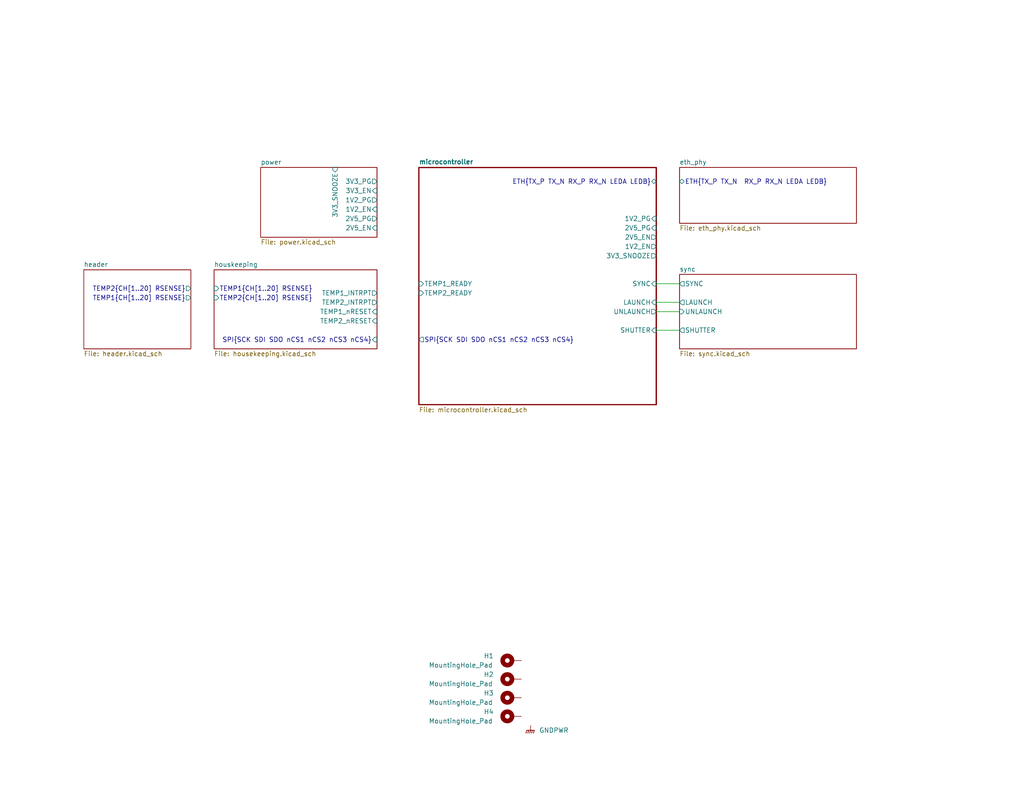
<source format=kicad_sch>
(kicad_sch (version 20211123) (generator eeschema)
  (paper "USLetter")
  (title_block (title "FOXSI-4 Plenum Board") (rev "1") (company "University of Minnesota") (comment 1 "Author: Thanasi Pantazides, panta013@umn.edu"))
  (lib_symbols
    (symbol "Mechanical:MountingHole_Pad" (pin_numbers hide) (pin_names (offset 1.016) hide)
      (property "Reference" "H" (at 0 6.35 0))
      (property "Value" "MountingHole_Pad" (at 0 4.445 0))
      (symbol "MountingHole_Pad_0_1"
        (circle (center 0 1.27) (radius 1.27) (stroke (width 1.27)))
      )
      (symbol "MountingHole_Pad_1_1"
        (pin input line (at 0 -2.54 90) (length 2.54) (name "1") (number "1"))
      )
    )
    (symbol "power:GNDPWR" (power) (pin_names (offset 0))
      (property "Value" "GNDPWR" (at 0 -3.302 0))
      (symbol "GNDPWR_0_1"
        (polyline (pts (xy 0 -1.27) (xy 0 0)))
        (polyline (pts (xy -1.016 -1.27) (xy -1.27 -2.032) (xy -1.27 -2.032)) (stroke (width 0.2032)))
        (polyline (pts (xy -0.508 -1.27) (xy -0.762 -2.032) (xy -0.762 -2.032)) (stroke (width 0.2032)))
        (polyline (pts (xy 0 -1.27) (xy -0.254 -2.032) (xy -0.254 -2.032)) (stroke (width 0.2032)))
        (polyline (pts (xy 0.508 -1.27) (xy 0.254 -2.032) (xy 0.254 -2.032)) (stroke (width 0.2032)))
        (polyline (pts (xy 1.016 -1.27) (xy -1.016 -1.27) (xy -1.016 -1.27)) (stroke (width 0.2032)))
        (polyline (pts (xy 1.016 -1.27) (xy 0.762 -2.032) (xy 0.762 -2.032) (xy 0.762 -2.032)) (stroke (width 0.2032)))
      )
      (symbol "GNDPWR_1_1"
        (pin power_in line (at 0 0 270) (length 0) hide (name "GNDPWR") (number "1"))
      )
    )
  )
  (wire (pts (xy 179.07 77.47) (xy 185.42 77.47)))
  (wire (pts (xy 179.07 90.17) (xy 185.42 90.17)))
  (wire (pts (xy 179.07 82.55) (xy 185.42 82.55)))
  (wire (pts (xy 179.07 85.09) (xy 185.42 85.09)))
  (symbol (lib_id "Mechanical:MountingHole_Pad") (at 139.7 180.34 90) (unit 1)
    (property "Reference" "H1" (at 133.35 179.07 90))
    (property "Value" "MountingHole_Pad" (at 125.73 181.61 90))
  )
  (symbol (lib_id "power:GNDPWR") (at 144.78 198.12 0) (unit 1)
    (property "Reference" "#PWR0101" (effects hide))
    (property "Value" "GNDPWR" (at 151.13 199.39 0))
  )
  (symbol (lib_id "Mechanical:MountingHole_Pad") (at 139.7 195.58 90) (unit 1)
    (property "Reference" "H4" (at 133.35 194.31 90))
    (property "Value" "MountingHole_Pad" (at 125.73 196.85 90))
  )
  (symbol (lib_id "Mechanical:MountingHole_Pad") (at 139.7 190.5 90) (unit 1)
    (property "Reference" "H3" (at 133.35 189.23 90))
    (property "Value" "MountingHole_Pad" (at 125.73 191.77 90))
  )
  (symbol (lib_id "Mechanical:MountingHole_Pad") (at 139.7 185.42 90) (unit 1)
    (property "Reference" "H2" (at 133.35 184.15 90))
    (property "Value" "MountingHole_Pad" (at 125.73 186.69 90))
  )
  (sheet (at 185.42 45.72) (size 48.26 15.24) (stroke (width 0.1524))
    (property "Sheet name" "eth_phy" (at 185.42 45.0084 0) (effects (justify left bottom)))
    (property "Sheet file" "eth_phy.kicad_sch" (at 185.42 61.5446 0) (effects (justify left top)))
    (pin "ETH{TX_P TX_N  RX_P RX_N LEDA LEDB}" bidirectional (at 185.42 49.53 180))
  )
  (sheet (at 58.42 73.66) (size 44.45 21.59) (stroke (width 0.1524))
    (property "Sheet name" "houskeeping" (at 58.42 72.9484 0) (effects (justify left bottom)))
    (property "Sheet file" "housekeeping.kicad_sch" (at 58.42 95.8346 0) (effects (justify left top)))
    (pin "TEMP1{CH[1..20] RSENSE}" input (at 58.42 78.74 180))
    (pin "TEMP2{CH[1..20] RSENSE}" input (at 58.42 81.28 180))
    (pin "TEMP2_nRESET" input (at 102.87 87.63 0))
    (pin "SPI{SCK SDI SDO nCS1 nCS2 nCS3 nCS4}" input (at 102.87 92.71 0))
    (pin "TEMP2_INTRPT" output (at 102.87 82.55 0))
    (pin "TEMP1_INTRPT" output (at 102.87 80.01 0))
    (pin "TEMP1_nRESET" input (at 102.87 85.09 0))
  )
  (sheet (at 185.42 74.93) (size 48.26 20.32) (stroke (width 0.1524))
    (property "Sheet name" "sync" (at 185.42 74.2184 0) (effects (justify left bottom)))
    (property "Sheet file" "sync.kicad_sch" (at 185.42 95.8346 0) (effects (justify left top)))
    (pin "SYNC" output (at 185.42 77.47 180))
    (pin "UNLAUNCH" input (at 185.42 85.09 180))
    (pin "LAUNCH" output (at 185.42 82.55 180))
    (pin "SHUTTER" output (at 185.42 90.17 180))
  )
  (sheet (at 114.3 45.72) (size 64.77 64.77) (stroke (width 0.3048))
    (property "Sheet name" "microcontroller" (at 114.3 44.9322 0) (effects (font bold) (justify left bottom)))
    (property "Sheet file" "microcontroller.kicad_sch" (at 114.3 111.1508 0) (effects (justify left top)))
    (pin "UNLAUNCH" output (at 179.07 85.09 0))
    (pin "TEMP1_READY" input (at 114.3 77.47 180))
    (pin "TEMP2_READY" input (at 114.3 80.01 180))
    (pin "2V5_EN" output (at 179.07 64.77 0))
    (pin "1V2_EN" output (at 179.07 67.31 0))
    (pin "3V3_SNOOZE" output (at 179.07 69.85 0))
    (pin "SHUTTER" input (at 179.07 90.17 0))
    (pin "2V5_PG" input (at 179.07 62.23 0))
    (pin "LAUNCH" input (at 179.07 82.55 0))
    (pin "1V2_PG" input (at 179.07 59.69 0))
    (pin "SYNC" input (at 179.07 77.47 0))
    (pin "SPI{SCK SDI SDO nCS1 nCS2 nCS3 nCS4}" output (at 114.3 92.71 180))
    (pin "ETH{TX_P TX_N RX_P RX_N LEDA LEDB}" bidirectional (at 179.07 49.53 0))
  )
  (sheet (at 22.86 73.66) (size 29.21 21.59) (stroke (width 0.1524))
    (property "Sheet name" "header" (at 22.86 72.9484 0) (effects (justify left bottom)))
    (property "Sheet file" "header.kicad_sch" (at 22.86 95.8346 0) (effects (justify left top)))
    (pin "TEMP2{CH[1..20] RSENSE}" output (at 52.07 78.74 0))
    (pin "TEMP1{CH[1..20] RSENSE}" output (at 52.07 81.28 0))
  )
  (sheet (at 71.12 45.72) (size 31.75 19.05) (stroke (width 0.1524))
    (property "Sheet name" "power" (at 71.12 45.0084 0) (effects (justify left bottom)))
    (property "Sheet file" "power.kicad_sch" (at 71.12 65.3546 0) (effects (justify left top)))
    (pin "1V2_PG" output (at 102.87 54.61 0))
    (pin "1V2_EN" input (at 102.87 57.15 0))
    (pin "2V5_PG" output (at 102.87 59.69 0))
    (pin "2V5_EN" input (at 102.87 62.23 0))
    (pin "3V3_EN" input (at 102.87 52.07 0))
    (pin "3V3_PG" output (at 102.87 49.53 0))
    (pin "3V3_SNOOZE" input (at 91.44 45.72 90))
  )
)
</source>
